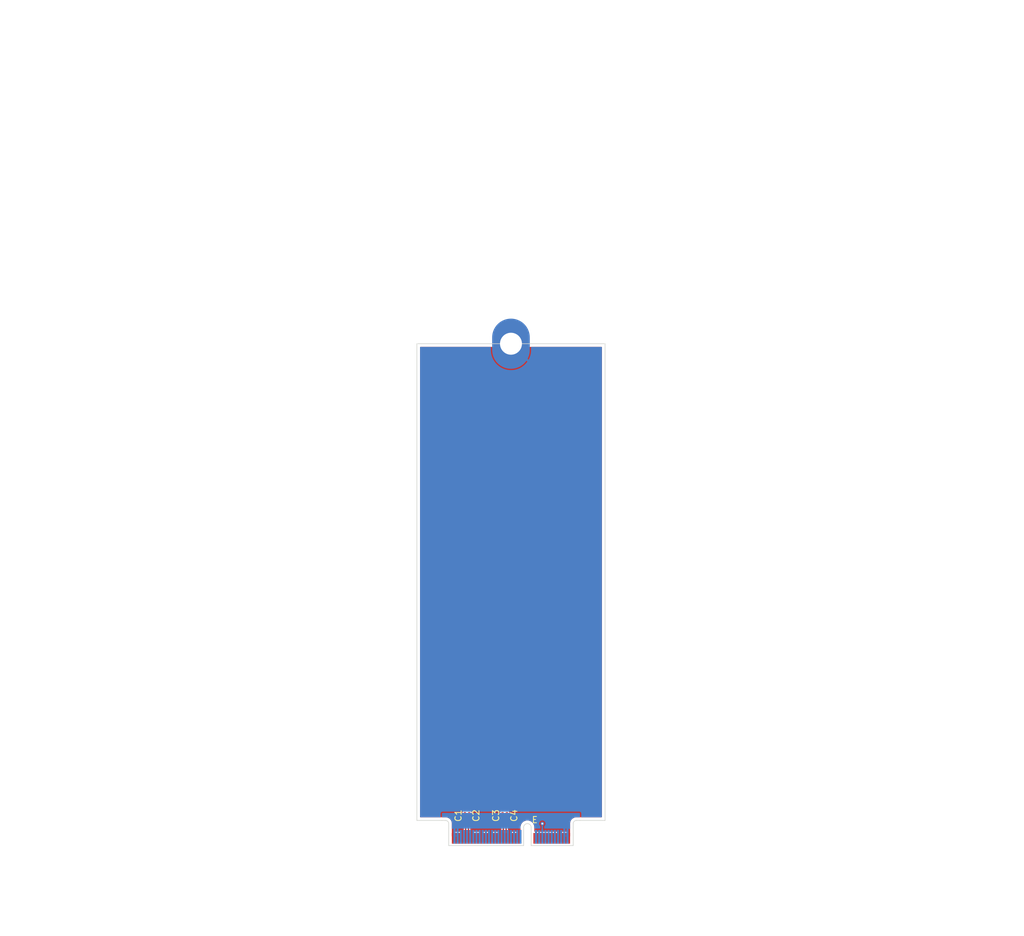
<source format=kicad_pcb>
(kicad_pcb (version 20241229) (generator "pcbnew") (generator_version "9.0")
  (layers (0 "F.Cu" signal) (2 "B.Cu" signal) (13 "F.Paste" user) (15 "B.Paste" user) (5 "F.SilkS" user "F.Silkscreen") (7 "B.SilkS" user "B.Silkscreen") (1 "F.Mask" user) (3 "B.Mask" user) (25 "Edge.Cuts" user))
  (net 0 "")
  (net 1 "/M.2 E Key/PET1P")
  (net 2 "/M.2 E Key/PET1N")
  (net 3 "/M.2 E Key/PET0P")
  (net 4 "/M.2 E Key/PET0N")
  (net 5 "GND")
  (net 6 "+3.3V")
  (net 7 "/USB_D+")
  (net 8 "/USB_D-")
  (net 9 "/LED#1")
  (net 10 "/I2S_SCK")
  (net 11 "/SDIO_CLK")
  (net 12 "/I2S_WS")
  (net 13 "/SDIO_CMD")
  (net 14 "/I2S_SD_OUT")
  (net 15 "/SDIO_DATA0")
  (net 16 "/I2S_SD_IN")
  (net 17 "/SDIO_DATA3")
  (net 18 "/LED#2")
  (net 19 "/SDIO_DATA2")
  (net 20 "/SDIO_DATA1")
  (net 21 "/UART_WAKE#")
  (net 22 "/SDIO__WAKE#")
  (net 23 "/UART_TXD")
  (net 24 "/SDIO_RESET#")
  (net 25 "/UART_RXD")
  (net 26 "/UARD_RTS")
  (net 27 "/PER0-")
  (net 28 "/UART_CTS")
  (net 29 "/PER0+")
  (net 35 "/REFCLK0+")
  (net 37 "/REFCLK0-")
  (net 38 "/SUSCLK")
  (net 39 "/PERST0#")
  (net 40 "/CLKREQ0#")
  (net 41 "/W_DISABLE2#")
  (net 42 "/PEWAKE#")
  (net 43 "/W_DISABLE1#")
  (net 44 "/I2C_DATA")
  (net 45 "/PER1+")
  (net 46 "/I2C_CLK")
  (net 47 "/PER1-")
  (net 48 "/ALERT#")
  (net 50 "/PERST1#")
  (net 51 "/CLKREQ1#")
  (net 52 "/PEWAKE1#")
  (net 53 "/REFCLK1+")
  (net 54 "/REFCLK1-")
  (net 55 "/PET0-")
  (net 56 "/PET1+")
  (net 57 "/PET0+")
  (net 58 "/PET1-")
  (footprint "Capacitor_SMD:C_0201_0603Metric" (layer "F.Cu") (at 100.61 154.01 90)
    (property "Reference" "C2" (at 0 1.09 90) (layer "F.SilkS"))
    (property "Value" "220nF")
    (pad "1" smd roundrect (at -0.32 0 90) (size 0.46 0.4) (layers "F.Cu" "F.Mask") (net 1 "/M.2 E Key/PET1P"))
    (pad "2" smd roundrect (at 0.32 0 90) (size 0.46 0.4) (layers "F.Cu" "F.Mask") (net 56 "/PET1+"))
  )
  (footprint "Athena KiCAd library:M.2 Mounting Pad" (layer "F.Cu") (at 107.26 78.78)
    (property "Reference" "H1")
    (property "Value" "MountingHole_Pad")
    (pad "1" thru_hole circle (at 0 0) (size 5.5 5.5) (drill 3.5) (property pad_prop_castellated) (layers "*.Cu" "*.Mask") (net 5 "GND") (padstack (mode front_inner_back) (layer "Inner" (shape circle) (size 5.5 5.5)) (layer "B.Cu" (shape oval) (size 6 8))))
  )
  (footprint "Capacitor_SMD:C_0201_0603Metric" (layer "F.Cu") (at 105.91 154.01 90)
    (property "Reference" "C3" (at 0 -1.05 90) (layer "F.SilkS"))
    (property "Value" "220nF")
    (pad "1" smd roundrect (at -0.32 0 90) (size 0.46 0.4) (layers "F.Cu" "F.Mask") (net 4 "/M.2 E Key/PET0N"))
    (pad "2" smd roundrect (at 0.32 0 90) (size 0.46 0.4) (layers "F.Cu" "F.Mask") (net 55 "/PET0-"))
  )
  (footprint "PCIexpress:M.2 E Key Connector" (layer "F.Cu") (at 107.26 157.67)
    (property "Reference" "J1")
    (property "Value" "~")
    (fp_line (start -11 -2.89) (end -10.425 -2.89) (stroke (width 0.1)) (layer "Edge.Cuts") (net 1))
    (fp_line (start -9.925 -2.39) (end -9.925 1.11) (stroke (width 0.1)) (layer "Edge.Cuts") (net 1))
    (fp_line (start 2.02 -1.79) (end 2.02 1.11) (stroke (width 0.1)) (layer "Edge.Cuts") (net 1))
    (fp_line (start 2.02 1.11) (end -9.925 1.11) (stroke (width 0.1)) (layer "Edge.Cuts") (net 1))
    (fp_line (start 3.22 -1.79) (end 3.22 1.11) (stroke (width 0.1)) (layer "Edge.Cuts") (net 1))
    (fp_line (start 3.22 1.11) (end 9.925 1.11) (stroke (width 0.1)) (layer "Edge.Cuts") (net 1))
    (fp_line (start 9.925 -2.39) (end 9.925 1.11) (stroke (width 0.1)) (layer "Edge.Cuts") (net 1))
    (fp_line (start 10.425 -2.89) (end 11 -2.89) (stroke (width 0.1)) (layer "Edge.Cuts") (net 1))
    (fp_arc (start -10.425 -2.89) (mid -10.071447 -2.743553) (end -9.925 -2.39) (stroke (width 0.1)) (layer "Edge.Cuts") (net 1))
    (fp_arc (start 2.02 -1.79) (mid 2.62 -2.39) (end 3.22 -1.79) (stroke (width 0.1)) (layer "Edge.Cuts") (net 1))
    (fp_arc (start 9.925 -2.39) (mid 10.071447 -2.743553) (end 10.425 -2.89) (stroke (width 0.1)) (layer "Edge.Cuts") (net 1))
    (fp_text user "E" (at 3.245 -2.395 0) (layer "F.SilkS") (effects (justify left bottom)))
    (pad "1" smd rect (at 9.25 -0.04 180) (size 0.35 1.7) (layers "F.Cu") (net 5 "GND"))
    (pad "2" smd rect (at 9 -0.29 180) (size 0.35 2.2) (layers "B.Cu") (net 6 "+3.3V"))
    (pad "3" smd rect (at 8.75 -0.04 180) (size 0.35 1.7) (layers "F.Cu") (net 7 "/USB_D+"))
    (pad "4" smd rect (at 8.5 -0.29 180) (size 0.35 2.2) (layers "B.Cu") (net 6 "+3.3V"))
    (pad "5" smd rect (at 8.25 -0.04 180) (size 0.35 1.7) (layers "F.Cu") (net 8 "/USB_D-"))
    (pad "6" smd rect (at 8 -0.29 180) (size 0.35 2.2) (layers "B.Cu") (net 9 "/LED#1"))
    (pad "7" smd rect (at 7.75 -0.04 180) (size 0.35 1.7) (layers "F.Cu") (net 5 "GND"))
    (pad "8" smd rect (at 7.5 -0.29 180) (size 0.35 2.2) (layers "B.Cu") (net 10 "/I2S_SCK"))
    (pad "9" smd rect (at 7.25 -0.04 180) (size 0.35 1.7) (layers "F.Cu") (net 11 "/SDIO_CLK"))
    (pad "10" smd rect (at 7 -0.29 180) (size 0.35 2.2) (layers "B.Cu") (net 12 "/I2S_WS"))
    (pad "11" smd rect (at 6.75 -0.04 180) (size 0.35 1.7) (layers "F.Cu") (net 13 "/SDIO_CMD"))
    (pad "12" smd rect (at 6.5 -0.29 180) (size 0.35 2.2) (layers "B.Cu") (net 14 "/I2S_SD_OUT"))
    (pad "13" smd rect (at 6.25 -0.04 180) (size 0.35 1.7) (layers "F.Cu") (net 15 "/SDIO_DATA0"))
    (pad "14" smd rect (at 6 -0.29 180) (size 0.35 2.2) (layers "B.Cu") (net 16 "/I2S_SD_IN"))
    (pad "15" smd rect (at 5.75 -0.04 180) (size 0.35 1.7) (layers "F.Cu") (net 17 "/SDIO_DATA3"))
    (pad "16" smd rect (at 5.5 -0.29 180) (size 0.35 2.2) (layers "B.Cu") (net 18 "/LED#2"))
    (pad "17" smd rect (at 5.25 -0.04 180) (size 0.35 1.7) (layers "F.Cu") (net 19 "/SDIO_DATA2"))
    (pad "18" smd rect (at 5 -0.29 180) (size 0.35 2.2) (layers "B.Cu") (net 5 "GND"))
    (pad "19" smd rect (at 4.75 -0.04 180) (size 0.35 1.7) (layers "F.Cu") (net 20 "/SDIO_DATA1"))
    (pad "20" smd rect (at 4.5 -0.29 180) (size 0.35 2.2) (layers "B.Cu") (net 21 "/UART_WAKE#"))
    (pad "21" smd rect (at 4.25 -0.04 180) (size 0.35 1.7) (layers "F.Cu") (net 22 "/SDIO__WAKE#"))
    (pad "22" smd rect (at 4 -0.29 180) (size 0.35 2.2) (layers "B.Cu") (net 23 "/UART_TXD"))
    (pad "23" smd rect (at 3.75 -0.04 180) (size 0.35 1.7) (layers "F.Cu") (net 24 "/SDIO_RESET#"))
    (pad "32" smd rect (at 1.5 -0.29 180) (size 0.35 2.2) (layers "B.Cu") (net 25 "/UART_RXD"))
    (pad "33" smd rect (at 1.25 -0.04 180) (size 0.35 1.7) (layers "F.Cu") (net 5 "GND"))
    (pad "34" smd rect (at 1 -0.29 180) (size 0.35 2.2) (layers "B.Cu") (net 26 "/UARD_RTS"))
    (pad "35" smd rect (at 0.75 -0.04 180) (size 0.35 1.7) (layers "F.Cu") (net 27 "/PER0-"))
    (pad "36" smd rect (at 0.5 -0.29 180) (size 0.35 2.2) (layers "B.Cu") (net 28 "/UART_CTS"))
    (pad "37" smd rect (at 0.25 -0.04 180) (size 0.35 1.7) (layers "F.Cu") (net 29 "/PER0+"))
    (pad "38" smd rect (at 0 -0.29 180) (size 0.35 2.2) (layers "B.Cu"))
    (pad "39" smd rect (at -0.25 -0.04 180) (size 0.35 1.7) (layers "F.Cu") (net 5 "GND"))
    (pad "40" smd rect (at -0.5 -0.29 180) (size 0.35 2.2) (layers "B.Cu"))
    (pad "41" smd rect (at -0.75 -0.04 180) (size 0.35 1.7) (layers "F.Cu") (net 3 "/M.2 E Key/PET0P"))
    (pad "42" smd rect (at -1 -0.29 180) (size 0.35 2.2) (layers "B.Cu"))
    (pad "43" smd rect (at -1.25 -0.04 180) (size 0.35 1.7) (layers "F.Cu") (net 4 "/M.2 E Key/PET0N"))
    (pad "44" smd rect (at -1.5 -0.29 180) (size 0.35 2.2) (layers "B.Cu"))
    (pad "45" smd rect (at -1.75 -0.04 180) (size 0.35 1.7) (layers "F.Cu") (net 5 "GND"))
    (pad "46" smd rect (at -2 -0.29 180) (size 0.35 2.2) (layers "B.Cu"))
    (pad "47" smd rect (at -2.25 -0.04 180) (size 0.35 1.7) (layers "F.Cu") (net 35 "/REFCLK0+"))
    (pad "48" smd rect (at -2.5 -0.29 180) (size 0.35 2.2) (layers "B.Cu"))
    (pad "49" smd rect (at -2.75 -0.04 180) (size 0.35 1.7) (layers "F.Cu") (net 37 "/REFCLK0-"))
    (pad "50" smd rect (at -3 -0.29 180) (size 0.35 2.2) (layers "B.Cu") (net 38 "/SUSCLK"))
    (pad "51" smd rect (at -3.25 -0.04 180) (size 0.35 1.7) (layers "F.Cu") (net 5 "GND"))
    (pad "52" smd rect (at -3.5 -0.29 180) (size 0.35 2.2) (layers "B.Cu") (net 39 "/PERST0#"))
    (pad "53" smd rect (at -3.75 -0.04 180) (size 0.35 1.7) (layers "F.Cu") (net 40 "/CLKREQ0#"))
    (pad "54" smd rect (at -4 -0.29 180) (size 0.35 2.2) (layers "B.Cu") (net 41 "/W_DISABLE2#"))
    (pad "55" smd rect (at -4.25 -0.04 180) (size 0.35 1.7) (layers "F.Cu") (net 42 "/PEWAKE#"))
    (pad "56" smd rect (at -4.5 -0.29 180) (size 0.35 2.2) (layers "B.Cu") (net 43 "/W_DISABLE1#"))
    (pad "57" smd rect (at -4.75 -0.04 180) (size 0.35 1.7) (layers "F.Cu") (net 5 "GND"))
    (pad "58" smd rect (at -5 -0.29 180) (size 0.35 2.2) (layers "B.Cu") (net 44 "/I2C_DATA"))
    (pad "59" smd rect (at -5.25 -0.04 180) (size 0.35 1.7) (layers "F.Cu") (net 45 "/PER1+"))
    (pad "60" smd rect (at -5.5 -0.29 180) (size 0.35 2.2) (layers "B.Cu") (net 46 "/I2C_CLK"))
    (pad "61" smd rect (at -5.75 -0.04 180) (size 0.35 1.7) (layers "F.Cu") (net 47 "/PER1-"))
    (pad "62" smd rect (at -6 -0.29 180) (size 0.35 2.2) (layers "B.Cu") (net 48 "/ALERT#"))
    (pad "63" smd rect (at -6.25 -0.04 180) (size 0.35 1.7) (layers "F.Cu") (net 5 "GND"))
    (pad "64" smd rect (at -6.5 -0.29 180) (size 0.35 2.2) (layers "B.Cu"))
    (pad "65" smd rect (at -6.75 -0.04 180) (size 0.35 1.7) (layers "F.Cu") (net 1 "/M.2 E Key/PET1P"))
    (pad "66" smd rect (at -7 -0.29 180) (size 0.35 2.2) (layers "B.Cu") (net 50 "/PERST1#"))
    (pad "67" smd rect (at -7.25 -0.04 180) (size 0.35 1.7) (layers "F.Cu") (net 2 "/M.2 E Key/PET1N"))
    (pad "68" smd rect (at -7.5 -0.29 180) (size 0.35 2.2) (layers "B.Cu") (net 51 "/CLKREQ1#"))
    (pad "69" smd rect (at -7.75 -0.04 180) (size 0.35 1.7) (layers "F.Cu") (net 5 "GND"))
    (pad "70" smd rect (at -8 -0.29 180) (size 0.35 2.2) (layers "B.Cu") (net 52 "/PEWAKE1#"))
    (pad "71" smd rect (at -8.25 -0.04 180) (size 0.35 1.7) (layers "F.Cu") (net 53 "/REFCLK1+"))
    (pad "72" smd rect (at -8.5 -0.29 180) (size 0.35 2.2) (layers "B.Cu") (net 6 "+3.3V"))
    (pad "73" smd rect (at -8.75 -0.04 180) (size 0.35 1.7) (layers "F.Cu") (net 54 "/REFCLK1-"))
    (pad "74" smd rect (at -9 -0.29 180) (size 0.35 2.2) (layers "B.Cu") (net 6 "+3.3V"))
    (pad "75" smd rect (at -9.25 -0.04 180) (size 0.35 1.7) (layers "F.Cu") (net 5 "GND"))
  )
  (footprint "Capacitor_SMD:C_0201_0603Metric" (layer "F.Cu") (at 106.61 154.01 90)
    (property "Reference" "C4" (at 0 1.14 90) (layer "F.SilkS"))
    (property "Value" "220nF")
    (pad "1" smd roundrect (at -0.32 0 90) (size 0.46 0.4) (layers "F.Cu" "F.Mask") (net 3 "/M.2 E Key/PET0P"))
    (pad "2" smd roundrect (at 0.32 0 90) (size 0.46 0.4) (layers "F.Cu" "F.Mask") (net 57 "/PET0+"))
  )
  (footprint "Capacitor_SMD:C_0201_0603Metric" (layer "F.Cu") (at 99.91 154.01 90)
    (property "Reference" "C1" (at 0 -1.05 90) (layer "F.SilkS"))
    (property "Value" "220nF")
    (pad "1" smd roundrect (at -0.32 0 90) (size 0.46 0.4) (layers "F.Cu" "F.Mask") (net 2 "/M.2 E Key/PET1N"))
    (pad "2" smd roundrect (at 0.32 0 90) (size 0.46 0.4) (layers "F.Cu" "F.Mask") (net 58 "/PET1-"))
  )
  (gr_line (start 96.26 154.78) (end 92.26 154.78) (stroke (width 0.1)) (layer "Edge.Cuts"))
  (gr_line (start 122.26 154.78) (end 122.26 78.78) (stroke (width 0.1)) (layer "Edge.Cuts"))
  (gr_line (start 118.26 154.78) (end 122.26 154.78) (stroke (width 0.1)) (layer "Edge.Cuts"))
  (gr_line (start 122.26 78.78) (end 92.26 78.78) (stroke (width 0.1)) (layer "Edge.Cuts"))
  (gr_line (start 92.26 78.78) (end 92.26 154.78) (stroke (width 0.1)) (layer "Edge.Cuts"))
  (segment (start 100.485 156.329999) (end 100.485 154.800001) (width 0.2) (layer "F.Cu") (net 1))
  (segment (start 100.61 154.675001) (end 100.61 154.33) (width 0.2) (layer "F.Cu") (net 1))
  (segment (start 100.51 157.63) (end 100.51 156.354999) (width 0.2) (layer "F.Cu") (net 1))
  (segment (start 100.485 154.800001) (end 100.61 154.675001) (width 0.2) (layer "F.Cu") (net 1))
  (segment (start 100.51 156.354999) (end 100.485 156.329999) (width 0.2) (layer "F.Cu") (net 1))
  (segment (start 99.91 154.675001) (end 99.91 154.33) (width 0.2) (layer "F.Cu") (net 2))
  (segment (start 100.01 156.354999) (end 100.035 156.329999) (width 0.2) (layer "F.Cu") (net 2))
  (segment (start 100.035 154.800001) (end 99.91 154.675001) (width 0.2) (layer "F.Cu") (net 2))
  (segment (start 100.035 156.329999) (end 100.035 154.800001) (width 0.2) (layer "F.Cu") (net 2))
  (segment (start 100.01 157.63) (end 100.01 156.354999) (width 0.2) (layer "F.Cu") (net 2))
  (segment (start 106.485 156.329999) (end 106.485 154.800001) (width 0.2) (layer "F.Cu") (net 3))
  (segment (start 106.61 154.675001) (end 106.61 154.33) (width 0.2) (layer "F.Cu") (net 3))
  (segment (start 106.51 156.354999) (end 106.485 156.329999) (width 0.2) (layer "F.Cu") (net 3))
  (segment (start 106.485 154.800001) (end 106.61 154.675001) (width 0.2) (layer "F.Cu") (net 3))
  (segment (start 106.51 157.63) (end 106.51 156.354999) (width 0.2) (layer "F.Cu") (net 3))
  (segment (start 106.01 157.63) (end 106.01 156.354999) (width 0.2) (layer "F.Cu") (net 4))
  (segment (start 106.035 154.800001) (end 105.91 154.675001) (width 0.2) (layer "F.Cu") (net 4))
  (segment (start 106.035 156.329999) (end 106.035 154.800001) (width 0.2) (layer "F.Cu") (net 4))
  (segment (start 105.91 154.675001) (end 105.91 154.33) (width 0.2) (layer "F.Cu") (net 4))
  (segment (start 106.01 156.354999) (end 106.035 156.329999) (width 0.2) (layer "F.Cu") (net 4))
  (via (at 112.26 155.29) (size 0.6) (drill 0.3) (layers "F.Cu" "B.Cu") (net 5))
  (segment (start 112.26 155.29) (end 112.26 157.38) (width 0.2) (layer "B.Cu") (net 5))
  (zone (net 5) (net_name "GND") (layers "F.Cu" "B.Cu") (connect_pads (clearance 0.2)) (min_thickness 0.15) (fill yes (thermal_gap 0.2) (thermal_bridge_width 0.35))
    (polygon (pts (xy 92.26 157.31) (xy 92.26 48.78) (xy 122.26 48.78) (xy 122.26 157.31)))
  )
  (zone (net 6) (net_name "+3.3V") (layer "B.Cu") (priority 1) (connect_pads (clearance 0.2)) (min_thickness 0.15) (fill yes (thermal_gap 0.2) (thermal_bridge_width 0.35))
    (polygon (pts (xy 118.26 157.31) (xy 118.26 153.58) (xy 96.26 153.58) (xy 96.26 157.31)))
  )
)
</source>
